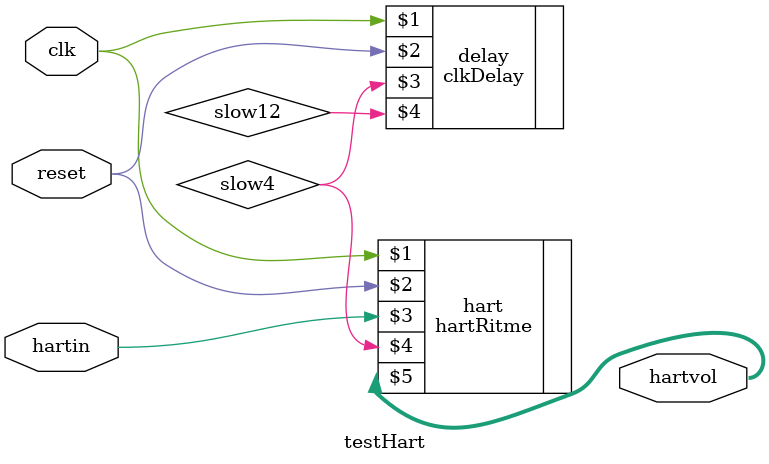
<source format=v>
module testHart (
	input clk,
	input reset,
	input hartin,
	output [7:0] hartvol
	);
	
	wire slow4;
	wire slow12;
	
	clkDelay	  delay(clk		, reset		, slow4, slow12				 			);
	hartRitme	  hart (clk		, reset, hartin,slow4,  hartvol  );
	
endmodule
</source>
